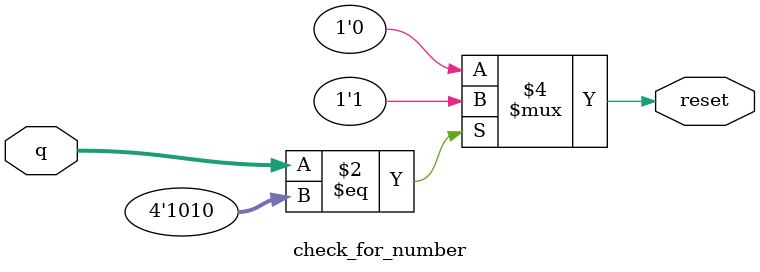
<source format=v>
`include "t_flipflop.v"

module mod_10_asynchronous_counter(
    output [3:0] q,
    input clk,
    input rst
);
    wire reset;
    reg RESET;
    always @(rst or reset) begin
        RESET <= rst | reset;
    end
    check_for_number check(.q(q), .reset(reset));
    t_flipflop ff0(.rst(RESET), .q(q[0]), .toggle(1'b1), .clk(clk));
    t_flipflop ff1(.rst(RESET), .q(q[1]), .toggle(1'b1), .clk(q[0]));
    t_flipflop ff2(.rst(RESET), .q(q[2]), .toggle(1'b1), .clk(q[1]));
    t_flipflop ff3(.rst(RESET), .q(q[3]), .toggle(1'b1), .clk(q[2]));

endmodule

module check_for_number(
    output reg reset,
    input [3:0] q
);

    always @(*) begin
        if (q == 4'b1010) reset <= 1'b1;
        else reset <= 1'b0;
    end

endmodule
</source>
